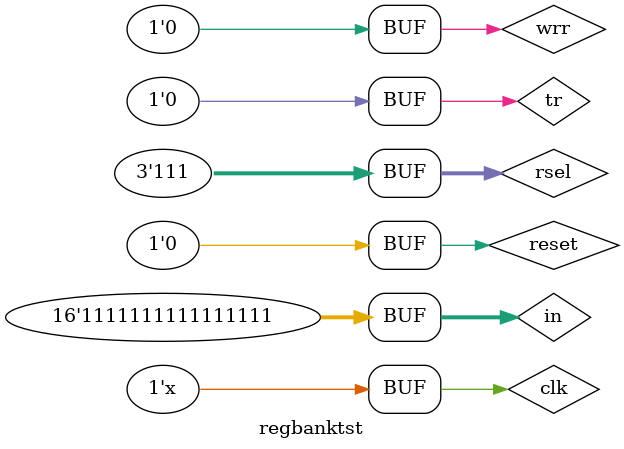
<source format=v>
`timescale 1ns / 1ps


module regbanktst;

	// Inputs
	reg clk;
	reg reset;
	reg [15:0] in;
	reg [2:0] rsel;
	reg wrr;
	reg tr;

	// Outputs
	wire [15:0] bus;

	// Instantiate the Unit Under Test (UUT)
	regbank uut (
		.clk(clk), 
		.reset(reset), 
		.in(in), 
		.bus(bus), 
		.rsel(rsel), 
		.wrr(wrr), 
		.tr(tr)
	);
	
	always
	#5 clk = ~clk;

	initial begin
		// Initialize Inputs
		clk = 0;
		reset = 0;
		in = 0;
		rsel = 0;
		wrr = 0;
		tr = 0;

		// Wait 100 ns for global reset to finish
		#100;
        
		// Add stimulus here
		
		in = -32768;
		wrr = 1;
		rsel = 0;
		
		#10
		
		in = 0;
		wrr = 1;
		rsel = 1;
		
		#10
		
		in = 1;
		wrr = 1;
		rsel = 2;
		
		#10
		
		in = -1;
		wrr = 1;
		rsel = 3;
		
		#10
		
		wrr = 0;
		tr = 1;
		
		#1 rsel = 0;
		#1 rsel = 1;
		#1 rsel = 2;
		#1 rsel = 3;
		#1 rsel = 4;
		#1 rsel = 5;
		#1 rsel = 6;
		#1 rsel = 7;
		#1 tr = 0;

	end
      
endmodule


</source>
